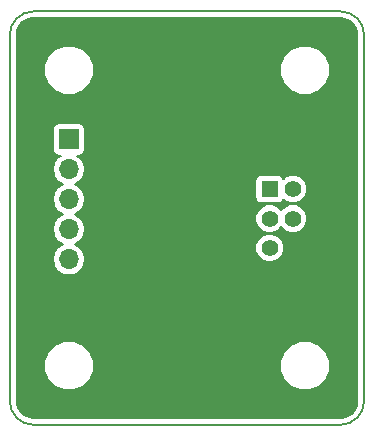
<source format=gbr>
G04 #@! TF.GenerationSoftware,KiCad,Pcbnew,5.0.1-33cea8e~68~ubuntu18.10.1*
G04 #@! TF.CreationDate,2018-11-26T23:44:30+02:00*
G04 #@! TF.ProjectId,GB-BRK-LINK-A,47422D42524B2D4C494E4B2D412E6B69,v1.0*
G04 #@! TF.SameCoordinates,Original*
G04 #@! TF.FileFunction,Copper,L2,Bot,Signal*
G04 #@! TF.FilePolarity,Positive*
%FSLAX46Y46*%
G04 Gerber Fmt 4.6, Leading zero omitted, Abs format (unit mm)*
G04 Created by KiCad (PCBNEW 5.0.1-33cea8e~68~ubuntu18.10.1) date ma 26. marraskuuta 2018 23.44.30*
%MOMM*%
%LPD*%
G01*
G04 APERTURE LIST*
G04 #@! TA.AperFunction,NonConductor*
%ADD10C,0.150000*%
G04 #@! TD*
G04 #@! TA.AperFunction,ComponentPad*
%ADD11R,1.700000X1.700000*%
G04 #@! TD*
G04 #@! TA.AperFunction,ComponentPad*
%ADD12O,1.700000X1.700000*%
G04 #@! TD*
G04 #@! TA.AperFunction,ComponentPad*
%ADD13O,3.000000X2.000000*%
G04 #@! TD*
G04 #@! TA.AperFunction,ComponentPad*
%ADD14R,1.400000X1.400000*%
G04 #@! TD*
G04 #@! TA.AperFunction,ComponentPad*
%ADD15C,1.400000*%
G04 #@! TD*
G04 #@! TA.AperFunction,Conductor*
%ADD16C,0.200000*%
G04 #@! TD*
G04 APERTURE END LIST*
D10*
X52000000Y-85000000D02*
G75*
G02X50000000Y-83000000I0J2000000D01*
G01*
X80000000Y-83000000D02*
G75*
G02X78000000Y-85000000I-2000000J0D01*
G01*
X78000000Y-50000000D02*
G75*
G02X80000000Y-52000000I0J-2000000D01*
G01*
X50000000Y-52000000D02*
G75*
G02X52000000Y-50000000I2000000J0D01*
G01*
X52000000Y-85000000D02*
X78000000Y-85000000D01*
X80000000Y-52000000D02*
X80000000Y-83000000D01*
X52000000Y-50000000D02*
X78000000Y-50000000D01*
X50000000Y-52000000D02*
X50000000Y-83000000D01*
D11*
G04 #@! TO.P,J1,1*
G04 #@! TO.N,Net-(J1-Pad1)*
X55000000Y-60850000D03*
D12*
G04 #@! TO.P,J1,2*
G04 #@! TO.N,Net-(J1-Pad2)*
X55000000Y-63390000D03*
G04 #@! TO.P,J1,3*
G04 #@! TO.N,Net-(J1-Pad3)*
X55000000Y-65930000D03*
G04 #@! TO.P,J1,4*
G04 #@! TO.N,Net-(J1-Pad4)*
X55000000Y-68470000D03*
G04 #@! TO.P,J1,5*
G04 #@! TO.N,Net-(J1-Pad5)*
X55000000Y-71010000D03*
G04 #@! TO.P,J1,6*
G04 #@! TO.N,/GND*
X55000000Y-73550000D03*
G04 #@! TD*
D13*
G04 #@! TO.P,J2,SH*
G04 #@! TO.N,/GND*
X77000000Y-61650000D03*
X77000000Y-73450000D03*
D14*
G04 #@! TO.P,J2,1*
G04 #@! TO.N,Net-(J1-Pad1)*
X72000000Y-65050000D03*
D15*
G04 #@! TO.P,J2,2*
G04 #@! TO.N,Net-(J1-Pad2)*
X74000000Y-65050000D03*
G04 #@! TO.P,J2,3*
G04 #@! TO.N,Net-(J1-Pad3)*
X72000000Y-67550000D03*
G04 #@! TO.P,J2,4*
G04 #@! TO.N,Net-(J1-Pad4)*
X74000000Y-67550000D03*
G04 #@! TO.P,J2,5*
G04 #@! TO.N,Net-(J1-Pad5)*
X72000000Y-70050000D03*
G04 #@! TO.P,J2,6*
G04 #@! TO.N,/GND*
X74000000Y-70050000D03*
G04 #@! TD*
D16*
G04 #@! TO.N,/GND*
G36*
X78398303Y-50637908D02*
X78764590Y-50804449D01*
X79069406Y-51067096D01*
X79288257Y-51404742D01*
X79409242Y-51809287D01*
X79425000Y-52021337D01*
X79425001Y-82959027D01*
X79362092Y-83398304D01*
X79195551Y-83764591D01*
X78932906Y-84069404D01*
X78595257Y-84288258D01*
X78190713Y-84409242D01*
X77978663Y-84425000D01*
X52040966Y-84425000D01*
X51601696Y-84362092D01*
X51235409Y-84195551D01*
X50930596Y-83932906D01*
X50711742Y-83595257D01*
X50590758Y-83190713D01*
X50575000Y-82978663D01*
X50575000Y-79582284D01*
X52900000Y-79582284D01*
X52900000Y-80417716D01*
X53219706Y-81189554D01*
X53810446Y-81780294D01*
X54582284Y-82100000D01*
X55417716Y-82100000D01*
X56189554Y-81780294D01*
X56780294Y-81189554D01*
X57100000Y-80417716D01*
X57100000Y-79582284D01*
X72900000Y-79582284D01*
X72900000Y-80417716D01*
X73219706Y-81189554D01*
X73810446Y-81780294D01*
X74582284Y-82100000D01*
X75417716Y-82100000D01*
X76189554Y-81780294D01*
X76780294Y-81189554D01*
X77100000Y-80417716D01*
X77100000Y-79582284D01*
X76780294Y-78810446D01*
X76189554Y-78219706D01*
X75417716Y-77900000D01*
X74582284Y-77900000D01*
X73810446Y-78219706D01*
X73219706Y-78810446D01*
X72900000Y-79582284D01*
X57100000Y-79582284D01*
X56780294Y-78810446D01*
X56189554Y-78219706D01*
X55417716Y-77900000D01*
X54582284Y-77900000D01*
X53810446Y-78219706D01*
X53219706Y-78810446D01*
X52900000Y-79582284D01*
X50575000Y-79582284D01*
X50575000Y-63390000D01*
X53623552Y-63390000D01*
X53728328Y-63916744D01*
X54026704Y-64363296D01*
X54470754Y-64660000D01*
X54026704Y-64956704D01*
X53728328Y-65403256D01*
X53623552Y-65930000D01*
X53728328Y-66456744D01*
X54026704Y-66903296D01*
X54470754Y-67200000D01*
X54026704Y-67496704D01*
X53728328Y-67943256D01*
X53623552Y-68470000D01*
X53728328Y-68996744D01*
X54026704Y-69443296D01*
X54470754Y-69740000D01*
X54026704Y-70036704D01*
X53728328Y-70483256D01*
X53623552Y-71010000D01*
X53728328Y-71536744D01*
X54026704Y-71983296D01*
X54473256Y-72281672D01*
X54867037Y-72360000D01*
X55132963Y-72360000D01*
X55526744Y-72281672D01*
X55973296Y-71983296D01*
X56271672Y-71536744D01*
X56376448Y-71010000D01*
X56271672Y-70483256D01*
X55973296Y-70036704D01*
X55635962Y-69811305D01*
X70800000Y-69811305D01*
X70800000Y-70288695D01*
X70982689Y-70729745D01*
X71320255Y-71067311D01*
X71761305Y-71250000D01*
X72238695Y-71250000D01*
X72679745Y-71067311D01*
X73017311Y-70729745D01*
X73200000Y-70288695D01*
X73200000Y-69811305D01*
X73017311Y-69370255D01*
X72679745Y-69032689D01*
X72238695Y-68850000D01*
X71761305Y-68850000D01*
X71320255Y-69032689D01*
X70982689Y-69370255D01*
X70800000Y-69811305D01*
X55635962Y-69811305D01*
X55529246Y-69740000D01*
X55973296Y-69443296D01*
X56271672Y-68996744D01*
X56376448Y-68470000D01*
X56271672Y-67943256D01*
X55973296Y-67496704D01*
X55695827Y-67311305D01*
X70800000Y-67311305D01*
X70800000Y-67788695D01*
X70982689Y-68229745D01*
X71320255Y-68567311D01*
X71761305Y-68750000D01*
X72238695Y-68750000D01*
X72679745Y-68567311D01*
X73000000Y-68247056D01*
X73320255Y-68567311D01*
X73761305Y-68750000D01*
X74238695Y-68750000D01*
X74679745Y-68567311D01*
X75017311Y-68229745D01*
X75200000Y-67788695D01*
X75200000Y-67311305D01*
X75017311Y-66870255D01*
X74679745Y-66532689D01*
X74238695Y-66350000D01*
X73761305Y-66350000D01*
X73320255Y-66532689D01*
X73000000Y-66852944D01*
X72679745Y-66532689D01*
X72238695Y-66350000D01*
X71761305Y-66350000D01*
X71320255Y-66532689D01*
X70982689Y-66870255D01*
X70800000Y-67311305D01*
X55695827Y-67311305D01*
X55529246Y-67200000D01*
X55973296Y-66903296D01*
X56271672Y-66456744D01*
X56376448Y-65930000D01*
X56271672Y-65403256D01*
X55973296Y-64956704D01*
X55529246Y-64660000D01*
X55973296Y-64363296D01*
X55982180Y-64350000D01*
X70790205Y-64350000D01*
X70790205Y-65750000D01*
X70829011Y-65945090D01*
X70939520Y-66110480D01*
X71104910Y-66220989D01*
X71300000Y-66259795D01*
X72700000Y-66259795D01*
X72895090Y-66220989D01*
X73060480Y-66110480D01*
X73170989Y-65945090D01*
X73175476Y-65922532D01*
X73320255Y-66067311D01*
X73761305Y-66250000D01*
X74238695Y-66250000D01*
X74679745Y-66067311D01*
X75017311Y-65729745D01*
X75200000Y-65288695D01*
X75200000Y-64811305D01*
X75017311Y-64370255D01*
X74679745Y-64032689D01*
X74238695Y-63850000D01*
X73761305Y-63850000D01*
X73320255Y-64032689D01*
X73175476Y-64177468D01*
X73170989Y-64154910D01*
X73060480Y-63989520D01*
X72895090Y-63879011D01*
X72700000Y-63840205D01*
X71300000Y-63840205D01*
X71104910Y-63879011D01*
X70939520Y-63989520D01*
X70829011Y-64154910D01*
X70790205Y-64350000D01*
X55982180Y-64350000D01*
X56271672Y-63916744D01*
X56376448Y-63390000D01*
X56271672Y-62863256D01*
X55973296Y-62416704D01*
X55663634Y-62209795D01*
X55850000Y-62209795D01*
X56045090Y-62170989D01*
X56210480Y-62060480D01*
X56320989Y-61895090D01*
X56359795Y-61700000D01*
X56359795Y-60000000D01*
X56320989Y-59804910D01*
X56210480Y-59639520D01*
X56045090Y-59529011D01*
X55850000Y-59490205D01*
X54150000Y-59490205D01*
X53954910Y-59529011D01*
X53789520Y-59639520D01*
X53679011Y-59804910D01*
X53640205Y-60000000D01*
X53640205Y-61700000D01*
X53679011Y-61895090D01*
X53789520Y-62060480D01*
X53954910Y-62170989D01*
X54150000Y-62209795D01*
X54336366Y-62209795D01*
X54026704Y-62416704D01*
X53728328Y-62863256D01*
X53623552Y-63390000D01*
X50575000Y-63390000D01*
X50575000Y-54582284D01*
X52900000Y-54582284D01*
X52900000Y-55417716D01*
X53219706Y-56189554D01*
X53810446Y-56780294D01*
X54582284Y-57100000D01*
X55417716Y-57100000D01*
X56189554Y-56780294D01*
X56780294Y-56189554D01*
X57100000Y-55417716D01*
X57100000Y-54582284D01*
X72900000Y-54582284D01*
X72900000Y-55417716D01*
X73219706Y-56189554D01*
X73810446Y-56780294D01*
X74582284Y-57100000D01*
X75417716Y-57100000D01*
X76189554Y-56780294D01*
X76780294Y-56189554D01*
X77100000Y-55417716D01*
X77100000Y-54582284D01*
X76780294Y-53810446D01*
X76189554Y-53219706D01*
X75417716Y-52900000D01*
X74582284Y-52900000D01*
X73810446Y-53219706D01*
X73219706Y-53810446D01*
X72900000Y-54582284D01*
X57100000Y-54582284D01*
X56780294Y-53810446D01*
X56189554Y-53219706D01*
X55417716Y-52900000D01*
X54582284Y-52900000D01*
X53810446Y-53219706D01*
X53219706Y-53810446D01*
X52900000Y-54582284D01*
X50575000Y-54582284D01*
X50575000Y-52040966D01*
X50637908Y-51601697D01*
X50804449Y-51235410D01*
X51067096Y-50930594D01*
X51404742Y-50711743D01*
X51809287Y-50590758D01*
X52021337Y-50575000D01*
X77959034Y-50575000D01*
X78398303Y-50637908D01*
X78398303Y-50637908D01*
G37*
X78398303Y-50637908D02*
X78764590Y-50804449D01*
X79069406Y-51067096D01*
X79288257Y-51404742D01*
X79409242Y-51809287D01*
X79425000Y-52021337D01*
X79425001Y-82959027D01*
X79362092Y-83398304D01*
X79195551Y-83764591D01*
X78932906Y-84069404D01*
X78595257Y-84288258D01*
X78190713Y-84409242D01*
X77978663Y-84425000D01*
X52040966Y-84425000D01*
X51601696Y-84362092D01*
X51235409Y-84195551D01*
X50930596Y-83932906D01*
X50711742Y-83595257D01*
X50590758Y-83190713D01*
X50575000Y-82978663D01*
X50575000Y-79582284D01*
X52900000Y-79582284D01*
X52900000Y-80417716D01*
X53219706Y-81189554D01*
X53810446Y-81780294D01*
X54582284Y-82100000D01*
X55417716Y-82100000D01*
X56189554Y-81780294D01*
X56780294Y-81189554D01*
X57100000Y-80417716D01*
X57100000Y-79582284D01*
X72900000Y-79582284D01*
X72900000Y-80417716D01*
X73219706Y-81189554D01*
X73810446Y-81780294D01*
X74582284Y-82100000D01*
X75417716Y-82100000D01*
X76189554Y-81780294D01*
X76780294Y-81189554D01*
X77100000Y-80417716D01*
X77100000Y-79582284D01*
X76780294Y-78810446D01*
X76189554Y-78219706D01*
X75417716Y-77900000D01*
X74582284Y-77900000D01*
X73810446Y-78219706D01*
X73219706Y-78810446D01*
X72900000Y-79582284D01*
X57100000Y-79582284D01*
X56780294Y-78810446D01*
X56189554Y-78219706D01*
X55417716Y-77900000D01*
X54582284Y-77900000D01*
X53810446Y-78219706D01*
X53219706Y-78810446D01*
X52900000Y-79582284D01*
X50575000Y-79582284D01*
X50575000Y-63390000D01*
X53623552Y-63390000D01*
X53728328Y-63916744D01*
X54026704Y-64363296D01*
X54470754Y-64660000D01*
X54026704Y-64956704D01*
X53728328Y-65403256D01*
X53623552Y-65930000D01*
X53728328Y-66456744D01*
X54026704Y-66903296D01*
X54470754Y-67200000D01*
X54026704Y-67496704D01*
X53728328Y-67943256D01*
X53623552Y-68470000D01*
X53728328Y-68996744D01*
X54026704Y-69443296D01*
X54470754Y-69740000D01*
X54026704Y-70036704D01*
X53728328Y-70483256D01*
X53623552Y-71010000D01*
X53728328Y-71536744D01*
X54026704Y-71983296D01*
X54473256Y-72281672D01*
X54867037Y-72360000D01*
X55132963Y-72360000D01*
X55526744Y-72281672D01*
X55973296Y-71983296D01*
X56271672Y-71536744D01*
X56376448Y-71010000D01*
X56271672Y-70483256D01*
X55973296Y-70036704D01*
X55635962Y-69811305D01*
X70800000Y-69811305D01*
X70800000Y-70288695D01*
X70982689Y-70729745D01*
X71320255Y-71067311D01*
X71761305Y-71250000D01*
X72238695Y-71250000D01*
X72679745Y-71067311D01*
X73017311Y-70729745D01*
X73200000Y-70288695D01*
X73200000Y-69811305D01*
X73017311Y-69370255D01*
X72679745Y-69032689D01*
X72238695Y-68850000D01*
X71761305Y-68850000D01*
X71320255Y-69032689D01*
X70982689Y-69370255D01*
X70800000Y-69811305D01*
X55635962Y-69811305D01*
X55529246Y-69740000D01*
X55973296Y-69443296D01*
X56271672Y-68996744D01*
X56376448Y-68470000D01*
X56271672Y-67943256D01*
X55973296Y-67496704D01*
X55695827Y-67311305D01*
X70800000Y-67311305D01*
X70800000Y-67788695D01*
X70982689Y-68229745D01*
X71320255Y-68567311D01*
X71761305Y-68750000D01*
X72238695Y-68750000D01*
X72679745Y-68567311D01*
X73000000Y-68247056D01*
X73320255Y-68567311D01*
X73761305Y-68750000D01*
X74238695Y-68750000D01*
X74679745Y-68567311D01*
X75017311Y-68229745D01*
X75200000Y-67788695D01*
X75200000Y-67311305D01*
X75017311Y-66870255D01*
X74679745Y-66532689D01*
X74238695Y-66350000D01*
X73761305Y-66350000D01*
X73320255Y-66532689D01*
X73000000Y-66852944D01*
X72679745Y-66532689D01*
X72238695Y-66350000D01*
X71761305Y-66350000D01*
X71320255Y-66532689D01*
X70982689Y-66870255D01*
X70800000Y-67311305D01*
X55695827Y-67311305D01*
X55529246Y-67200000D01*
X55973296Y-66903296D01*
X56271672Y-66456744D01*
X56376448Y-65930000D01*
X56271672Y-65403256D01*
X55973296Y-64956704D01*
X55529246Y-64660000D01*
X55973296Y-64363296D01*
X55982180Y-64350000D01*
X70790205Y-64350000D01*
X70790205Y-65750000D01*
X70829011Y-65945090D01*
X70939520Y-66110480D01*
X71104910Y-66220989D01*
X71300000Y-66259795D01*
X72700000Y-66259795D01*
X72895090Y-66220989D01*
X73060480Y-66110480D01*
X73170989Y-65945090D01*
X73175476Y-65922532D01*
X73320255Y-66067311D01*
X73761305Y-66250000D01*
X74238695Y-66250000D01*
X74679745Y-66067311D01*
X75017311Y-65729745D01*
X75200000Y-65288695D01*
X75200000Y-64811305D01*
X75017311Y-64370255D01*
X74679745Y-64032689D01*
X74238695Y-63850000D01*
X73761305Y-63850000D01*
X73320255Y-64032689D01*
X73175476Y-64177468D01*
X73170989Y-64154910D01*
X73060480Y-63989520D01*
X72895090Y-63879011D01*
X72700000Y-63840205D01*
X71300000Y-63840205D01*
X71104910Y-63879011D01*
X70939520Y-63989520D01*
X70829011Y-64154910D01*
X70790205Y-64350000D01*
X55982180Y-64350000D01*
X56271672Y-63916744D01*
X56376448Y-63390000D01*
X56271672Y-62863256D01*
X55973296Y-62416704D01*
X55663634Y-62209795D01*
X55850000Y-62209795D01*
X56045090Y-62170989D01*
X56210480Y-62060480D01*
X56320989Y-61895090D01*
X56359795Y-61700000D01*
X56359795Y-60000000D01*
X56320989Y-59804910D01*
X56210480Y-59639520D01*
X56045090Y-59529011D01*
X55850000Y-59490205D01*
X54150000Y-59490205D01*
X53954910Y-59529011D01*
X53789520Y-59639520D01*
X53679011Y-59804910D01*
X53640205Y-60000000D01*
X53640205Y-61700000D01*
X53679011Y-61895090D01*
X53789520Y-62060480D01*
X53954910Y-62170989D01*
X54150000Y-62209795D01*
X54336366Y-62209795D01*
X54026704Y-62416704D01*
X53728328Y-62863256D01*
X53623552Y-63390000D01*
X50575000Y-63390000D01*
X50575000Y-54582284D01*
X52900000Y-54582284D01*
X52900000Y-55417716D01*
X53219706Y-56189554D01*
X53810446Y-56780294D01*
X54582284Y-57100000D01*
X55417716Y-57100000D01*
X56189554Y-56780294D01*
X56780294Y-56189554D01*
X57100000Y-55417716D01*
X57100000Y-54582284D01*
X72900000Y-54582284D01*
X72900000Y-55417716D01*
X73219706Y-56189554D01*
X73810446Y-56780294D01*
X74582284Y-57100000D01*
X75417716Y-57100000D01*
X76189554Y-56780294D01*
X76780294Y-56189554D01*
X77100000Y-55417716D01*
X77100000Y-54582284D01*
X76780294Y-53810446D01*
X76189554Y-53219706D01*
X75417716Y-52900000D01*
X74582284Y-52900000D01*
X73810446Y-53219706D01*
X73219706Y-53810446D01*
X72900000Y-54582284D01*
X57100000Y-54582284D01*
X56780294Y-53810446D01*
X56189554Y-53219706D01*
X55417716Y-52900000D01*
X54582284Y-52900000D01*
X53810446Y-53219706D01*
X53219706Y-53810446D01*
X52900000Y-54582284D01*
X50575000Y-54582284D01*
X50575000Y-52040966D01*
X50637908Y-51601697D01*
X50804449Y-51235410D01*
X51067096Y-50930594D01*
X51404742Y-50711743D01*
X51809287Y-50590758D01*
X52021337Y-50575000D01*
X77959034Y-50575000D01*
X78398303Y-50637908D01*
G04 #@! TD*
M02*

</source>
